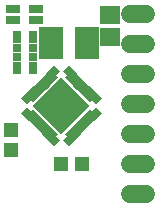
<source format=gts>
G75*
G70*
%OFA0B0*%
%FSLAX24Y24*%
%IPPOS*%
%LPD*%
%AMOC8*
5,1,8,0,0,1.08239X$1,22.5*
%
%ADD10R,0.0198X0.0375*%
%ADD11R,0.0198X0.0277*%
%ADD12R,0.1340X0.1340*%
%ADD13R,0.0671X0.0592*%
%ADD14R,0.0474X0.0513*%
%ADD15R,0.0513X0.0474*%
%ADD16R,0.0848X0.1064*%
%ADD17C,0.0600*%
%ADD18R,0.0480X0.0280*%
%ADD19R,0.0316X0.0316*%
%ADD20R,0.0316X0.0395*%
D10*
G36*
X002804Y002789D02*
X002664Y002929D01*
X002928Y003193D01*
X003068Y003053D01*
X002804Y002789D01*
G37*
G36*
X002665Y002929D02*
X002525Y003069D01*
X002789Y003333D01*
X002929Y003193D01*
X002665Y002929D01*
G37*
G36*
X002526Y003068D02*
X002386Y003208D01*
X002650Y003472D01*
X002790Y003332D01*
X002526Y003068D01*
G37*
G36*
X002387Y003207D02*
X002247Y003347D01*
X002511Y003611D01*
X002651Y003471D01*
X002387Y003207D01*
G37*
G36*
X002247Y003346D02*
X002107Y003486D01*
X002371Y003750D01*
X002511Y003610D01*
X002247Y003346D01*
G37*
G36*
X002108Y003485D02*
X001968Y003625D01*
X002232Y003889D01*
X002372Y003749D01*
X002108Y003485D01*
G37*
G36*
X002372Y004252D02*
X002232Y004112D01*
X001968Y004376D01*
X002108Y004516D01*
X002372Y004252D01*
G37*
G36*
X002511Y004391D02*
X002371Y004251D01*
X002107Y004515D01*
X002247Y004655D01*
X002511Y004391D01*
G37*
G36*
X002651Y004530D02*
X002511Y004390D01*
X002247Y004654D01*
X002387Y004794D01*
X002651Y004530D01*
G37*
G36*
X002790Y004669D02*
X002650Y004529D01*
X002386Y004793D01*
X002526Y004933D01*
X002790Y004669D01*
G37*
G36*
X002929Y004809D02*
X002789Y004669D01*
X002525Y004933D01*
X002665Y005073D01*
X002929Y004809D01*
G37*
G36*
X003068Y004948D02*
X002928Y004808D01*
X002664Y005072D01*
X002804Y005212D01*
X003068Y004948D01*
G37*
G36*
X003431Y004808D02*
X003291Y004948D01*
X003555Y005212D01*
X003695Y005072D01*
X003431Y004808D01*
G37*
G36*
X003570Y004669D02*
X003430Y004809D01*
X003694Y005073D01*
X003834Y004933D01*
X003570Y004669D01*
G37*
G36*
X003709Y004529D02*
X003569Y004669D01*
X003833Y004933D01*
X003973Y004793D01*
X003709Y004529D01*
G37*
G36*
X003848Y004390D02*
X003708Y004530D01*
X003972Y004794D01*
X004112Y004654D01*
X003848Y004390D01*
G37*
G36*
X003987Y004251D02*
X003847Y004391D01*
X004111Y004655D01*
X004251Y004515D01*
X003987Y004251D01*
G37*
G36*
X004127Y004112D02*
X003987Y004252D01*
X004251Y004516D01*
X004391Y004376D01*
X004127Y004112D01*
G37*
G36*
X004391Y003625D02*
X004251Y003485D01*
X003987Y003749D01*
X004127Y003889D01*
X004391Y003625D01*
G37*
G36*
X004251Y003486D02*
X004111Y003346D01*
X003847Y003610D01*
X003987Y003750D01*
X004251Y003486D01*
G37*
G36*
X004112Y003347D02*
X003972Y003207D01*
X003708Y003471D01*
X003848Y003611D01*
X004112Y003347D01*
G37*
G36*
X003973Y003208D02*
X003833Y003068D01*
X003569Y003332D01*
X003709Y003472D01*
X003973Y003208D01*
G37*
G36*
X003834Y003069D02*
X003694Y002929D01*
X003430Y003193D01*
X003570Y003333D01*
X003834Y003069D01*
G37*
G36*
X003695Y002929D02*
X003555Y002789D01*
X003291Y003053D01*
X003431Y003193D01*
X003695Y002929D01*
G37*
D11*
G36*
X003221Y002844D02*
X003361Y002984D01*
X003555Y002790D01*
X003415Y002650D01*
X003221Y002844D01*
G37*
G36*
X002944Y002650D02*
X002804Y002790D01*
X002998Y002984D01*
X003138Y002844D01*
X002944Y002650D01*
G37*
G36*
X001969Y003625D02*
X001829Y003765D01*
X002023Y003959D01*
X002163Y003819D01*
X001969Y003625D01*
G37*
G36*
X001829Y004236D02*
X001969Y004376D01*
X002163Y004182D01*
X002023Y004042D01*
X001829Y004236D01*
G37*
G36*
X002804Y005211D02*
X002944Y005351D01*
X003138Y005157D01*
X002998Y005017D01*
X002804Y005211D01*
G37*
G36*
X003361Y005017D02*
X003221Y005157D01*
X003415Y005351D01*
X003555Y005211D01*
X003361Y005017D01*
G37*
G36*
X004336Y004042D02*
X004196Y004182D01*
X004390Y004376D01*
X004530Y004236D01*
X004336Y004042D01*
G37*
G36*
X004196Y003819D02*
X004336Y003959D01*
X004530Y003765D01*
X004390Y003625D01*
X004196Y003819D01*
G37*
D12*
G36*
X002232Y004001D02*
X003179Y004948D01*
X004126Y004001D01*
X003179Y003054D01*
X002232Y004001D01*
G37*
D13*
X004782Y006287D03*
X004782Y007035D03*
D14*
X001492Y002526D03*
X001492Y003195D03*
D15*
X003177Y002041D03*
X003847Y002041D03*
D16*
X004022Y006091D03*
X002822Y006091D03*
D17*
X005462Y006056D02*
X005982Y006056D01*
X005982Y007056D02*
X005462Y007056D01*
X005462Y005056D02*
X005982Y005056D01*
X005982Y004056D02*
X005462Y004056D01*
X005462Y003056D02*
X005982Y003056D01*
X005982Y002056D02*
X005462Y002056D01*
X005462Y001056D02*
X005982Y001056D01*
D18*
X002321Y006859D03*
X002321Y007213D03*
X001573Y007213D03*
X001573Y006859D03*
D19*
X001708Y005925D03*
X001708Y005610D03*
X002220Y005610D03*
X002220Y005925D03*
D20*
X002220Y006280D03*
X001708Y006280D03*
X001708Y005256D03*
X002220Y005256D03*
M02*

</source>
